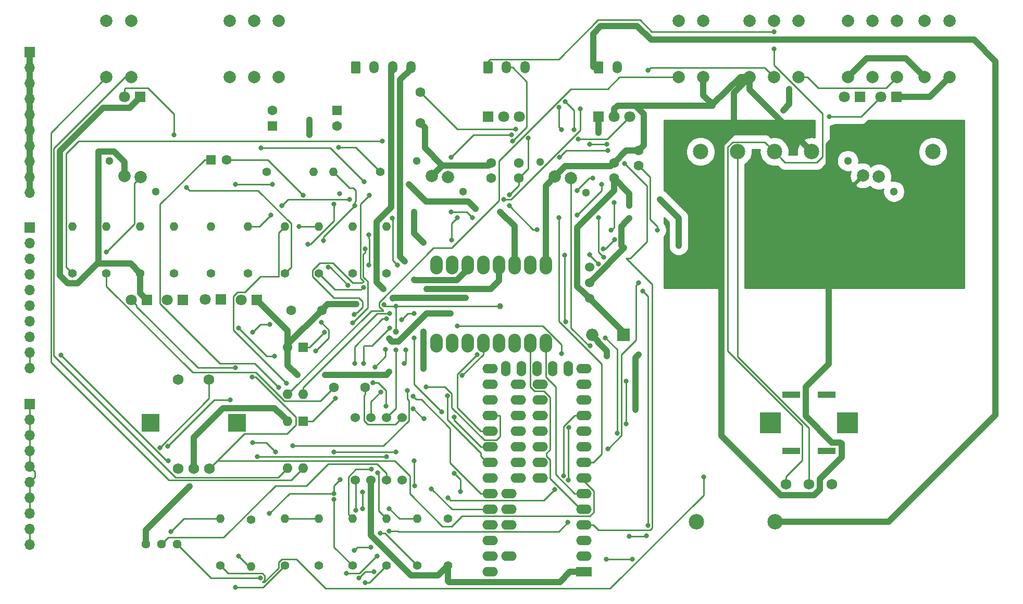
<source format=gbr>
G04 #@! TF.GenerationSoftware,KiCad,Pcbnew,5.1.5-52549c5~84~ubuntu19.04.1*
G04 #@! TF.CreationDate,2020-01-25T14:44:11+01:00*
G04 #@! TF.ProjectId,upuaut_2Nils,75707561-7574-45f3-924e-696c732e6b69,rev?*
G04 #@! TF.SameCoordinates,Original*
G04 #@! TF.FileFunction,Copper,L1,Top*
G04 #@! TF.FilePolarity,Positive*
%FSLAX46Y46*%
G04 Gerber Fmt 4.6, Leading zero omitted, Abs format (unit mm)*
G04 Created by KiCad (PCBNEW 5.1.5-52549c5~84~ubuntu19.04.1) date 2020-01-25 14:44:11*
%MOMM*%
%LPD*%
G04 APERTURE LIST*
%ADD10C,2.500000*%
%ADD11C,1.524000*%
%ADD12C,2.000000*%
%ADD13R,3.000000X1.000000*%
%ADD14R,3.500000X3.500000*%
%ADD15C,1.750000*%
%ADD16O,2.540000X1.524000*%
%ADD17O,1.524000X2.540000*%
%ADD18R,2.540000X1.524000*%
%ADD19O,1.400000X1.400000*%
%ADD20C,1.400000*%
%ADD21O,1.500000X2.020000*%
%ADD22C,0.100000*%
%ADD23O,1.600000X1.600000*%
%ADD24R,1.600000X1.600000*%
%ADD25O,2.032000X3.048000*%
%ADD26R,3.000000X3.000000*%
%ADD27R,1.800000X1.800000*%
%ADD28C,1.800000*%
%ADD29C,1.440000*%
%ADD30O,2.000000X2.000000*%
%ADD31R,2.000000X2.000000*%
%ADD32C,1.600000*%
%ADD33C,1.300000*%
%ADD34R,1.700000X1.700000*%
%ADD35O,1.700000X1.700000*%
%ADD36C,1.000000*%
%ADD37C,0.800000*%
%ADD38C,1.000000*%
%ADD39C,0.250000*%
%ADD40C,0.254000*%
G04 APERTURE END LIST*
D10*
X190650000Y-134900000D03*
X177900000Y-134900000D03*
X216350000Y-74700000D03*
X196600000Y-74700000D03*
X190550000Y-74700000D03*
X184550000Y-74700000D03*
X178550000Y-74700000D03*
D11*
X160500000Y-98540000D03*
X160500000Y-96000000D03*
X160500000Y-93460000D03*
D12*
X210500000Y-53400000D03*
X202500000Y-53400000D03*
X210500000Y-62600000D03*
X202500000Y-62600000D03*
X206500000Y-53400000D03*
X206500000Y-62600000D03*
D13*
X193275000Y-123375000D03*
X199075000Y-123375000D03*
X199075000Y-114175000D03*
X193275000Y-114175000D03*
D14*
X202475000Y-118775000D03*
X189875000Y-118775000D03*
D15*
X192425000Y-128775000D03*
X196175000Y-128775000D03*
X199925000Y-128775000D03*
D12*
X106000000Y-62600000D03*
X106000000Y-53400000D03*
X102000000Y-62600000D03*
X110000000Y-62600000D03*
X102000000Y-53400000D03*
X110000000Y-53400000D03*
D16*
X148952000Y-112530000D03*
X148952000Y-115070000D03*
X148952000Y-117610000D03*
X148952000Y-120150000D03*
X148952000Y-122690000D03*
X152508000Y-112530000D03*
X152508000Y-115070000D03*
X152508000Y-117610000D03*
X152508000Y-120150000D03*
X152508000Y-122690000D03*
X152508000Y-125230000D03*
X148952000Y-125230000D03*
X152508000Y-127770000D03*
X148952000Y-127770000D03*
X147428000Y-130310000D03*
X147428000Y-132850000D03*
X147428000Y-135390000D03*
X147428000Y-140470000D03*
D17*
X157080000Y-109990000D03*
X154540000Y-109990000D03*
X152000000Y-109990000D03*
X149460000Y-109990000D03*
X146920000Y-109990000D03*
D16*
X144380000Y-143010000D03*
X144380000Y-140470000D03*
X144380000Y-137930000D03*
X144380000Y-135390000D03*
X144380000Y-132850000D03*
X144380000Y-130310000D03*
X144380000Y-127770000D03*
X144380000Y-125230000D03*
X144380000Y-122690000D03*
X144380000Y-120150000D03*
X144380000Y-117610000D03*
X144380000Y-115070000D03*
X144380000Y-112530000D03*
X144380000Y-109990000D03*
X159620000Y-109990000D03*
X159620000Y-112530000D03*
X159620000Y-115070000D03*
X159620000Y-117610000D03*
X159620000Y-120150000D03*
X159620000Y-122690000D03*
X159620000Y-125230000D03*
X159620000Y-127770000D03*
X159620000Y-130310000D03*
X159620000Y-132850000D03*
X159620000Y-135390000D03*
X159620000Y-137930000D03*
X159620000Y-140470000D03*
D18*
X159620000Y-143010000D03*
D19*
X87500000Y-86880000D03*
D20*
X87500000Y-94500000D03*
D21*
X131500000Y-61000000D03*
X128500000Y-61000000D03*
X125500000Y-61000000D03*
G04 #@! TA.AperFunction,ComponentPad*
D22*
G36*
X123024504Y-59991204D02*
G01*
X123048773Y-59994804D01*
X123072571Y-60000765D01*
X123095671Y-60009030D01*
X123117849Y-60019520D01*
X123138893Y-60032133D01*
X123158598Y-60046747D01*
X123176777Y-60063223D01*
X123193253Y-60081402D01*
X123207867Y-60101107D01*
X123220480Y-60122151D01*
X123230970Y-60144329D01*
X123239235Y-60167429D01*
X123245196Y-60191227D01*
X123248796Y-60215496D01*
X123250000Y-60240000D01*
X123250000Y-61760000D01*
X123248796Y-61784504D01*
X123245196Y-61808773D01*
X123239235Y-61832571D01*
X123230970Y-61855671D01*
X123220480Y-61877849D01*
X123207867Y-61898893D01*
X123193253Y-61918598D01*
X123176777Y-61936777D01*
X123158598Y-61953253D01*
X123138893Y-61967867D01*
X123117849Y-61980480D01*
X123095671Y-61990970D01*
X123072571Y-61999235D01*
X123048773Y-62005196D01*
X123024504Y-62008796D01*
X123000000Y-62010000D01*
X122000000Y-62010000D01*
X121975496Y-62008796D01*
X121951227Y-62005196D01*
X121927429Y-61999235D01*
X121904329Y-61990970D01*
X121882151Y-61980480D01*
X121861107Y-61967867D01*
X121841402Y-61953253D01*
X121823223Y-61936777D01*
X121806747Y-61918598D01*
X121792133Y-61898893D01*
X121779520Y-61877849D01*
X121769030Y-61855671D01*
X121760765Y-61832571D01*
X121754804Y-61808773D01*
X121751204Y-61784504D01*
X121750000Y-61760000D01*
X121750000Y-60240000D01*
X121751204Y-60215496D01*
X121754804Y-60191227D01*
X121760765Y-60167429D01*
X121769030Y-60144329D01*
X121779520Y-60122151D01*
X121792133Y-60101107D01*
X121806747Y-60081402D01*
X121823223Y-60063223D01*
X121841402Y-60046747D01*
X121861107Y-60032133D01*
X121882151Y-60019520D01*
X121904329Y-60009030D01*
X121927429Y-60000765D01*
X121951227Y-59994804D01*
X121975496Y-59991204D01*
X122000000Y-59990000D01*
X123000000Y-59990000D01*
X123024504Y-59991204D01*
G37*
G04 #@! TD.AperFunction*
D21*
X165000000Y-61000000D03*
G04 #@! TA.AperFunction,ComponentPad*
D22*
G36*
X162524504Y-59991204D02*
G01*
X162548773Y-59994804D01*
X162572571Y-60000765D01*
X162595671Y-60009030D01*
X162617849Y-60019520D01*
X162638893Y-60032133D01*
X162658598Y-60046747D01*
X162676777Y-60063223D01*
X162693253Y-60081402D01*
X162707867Y-60101107D01*
X162720480Y-60122151D01*
X162730970Y-60144329D01*
X162739235Y-60167429D01*
X162745196Y-60191227D01*
X162748796Y-60215496D01*
X162750000Y-60240000D01*
X162750000Y-61760000D01*
X162748796Y-61784504D01*
X162745196Y-61808773D01*
X162739235Y-61832571D01*
X162730970Y-61855671D01*
X162720480Y-61877849D01*
X162707867Y-61898893D01*
X162693253Y-61918598D01*
X162676777Y-61936777D01*
X162658598Y-61953253D01*
X162638893Y-61967867D01*
X162617849Y-61980480D01*
X162595671Y-61990970D01*
X162572571Y-61999235D01*
X162548773Y-62005196D01*
X162524504Y-62008796D01*
X162500000Y-62010000D01*
X161500000Y-62010000D01*
X161475496Y-62008796D01*
X161451227Y-62005196D01*
X161427429Y-61999235D01*
X161404329Y-61990970D01*
X161382151Y-61980480D01*
X161361107Y-61967867D01*
X161341402Y-61953253D01*
X161323223Y-61936777D01*
X161306747Y-61918598D01*
X161292133Y-61898893D01*
X161279520Y-61877849D01*
X161269030Y-61855671D01*
X161260765Y-61832571D01*
X161254804Y-61808773D01*
X161251204Y-61784504D01*
X161250000Y-61760000D01*
X161250000Y-60240000D01*
X161251204Y-60215496D01*
X161254804Y-60191227D01*
X161260765Y-60167429D01*
X161269030Y-60144329D01*
X161279520Y-60122151D01*
X161292133Y-60101107D01*
X161306747Y-60081402D01*
X161323223Y-60063223D01*
X161341402Y-60046747D01*
X161361107Y-60032133D01*
X161382151Y-60019520D01*
X161404329Y-60009030D01*
X161427429Y-60000765D01*
X161451227Y-59994804D01*
X161475496Y-59991204D01*
X161500000Y-59990000D01*
X162500000Y-59990000D01*
X162524504Y-59991204D01*
G37*
G04 #@! TD.AperFunction*
D21*
X150000000Y-61000000D03*
X147000000Y-61000000D03*
G04 #@! TA.AperFunction,ComponentPad*
D22*
G36*
X144524504Y-59991204D02*
G01*
X144548773Y-59994804D01*
X144572571Y-60000765D01*
X144595671Y-60009030D01*
X144617849Y-60019520D01*
X144638893Y-60032133D01*
X144658598Y-60046747D01*
X144676777Y-60063223D01*
X144693253Y-60081402D01*
X144707867Y-60101107D01*
X144720480Y-60122151D01*
X144730970Y-60144329D01*
X144739235Y-60167429D01*
X144745196Y-60191227D01*
X144748796Y-60215496D01*
X144750000Y-60240000D01*
X144750000Y-61760000D01*
X144748796Y-61784504D01*
X144745196Y-61808773D01*
X144739235Y-61832571D01*
X144730970Y-61855671D01*
X144720480Y-61877849D01*
X144707867Y-61898893D01*
X144693253Y-61918598D01*
X144676777Y-61936777D01*
X144658598Y-61953253D01*
X144638893Y-61967867D01*
X144617849Y-61980480D01*
X144595671Y-61990970D01*
X144572571Y-61999235D01*
X144548773Y-62005196D01*
X144524504Y-62008796D01*
X144500000Y-62010000D01*
X143500000Y-62010000D01*
X143475496Y-62008796D01*
X143451227Y-62005196D01*
X143427429Y-61999235D01*
X143404329Y-61990970D01*
X143382151Y-61980480D01*
X143361107Y-61967867D01*
X143341402Y-61953253D01*
X143323223Y-61936777D01*
X143306747Y-61918598D01*
X143292133Y-61898893D01*
X143279520Y-61877849D01*
X143269030Y-61855671D01*
X143260765Y-61832571D01*
X143254804Y-61808773D01*
X143251204Y-61784504D01*
X143250000Y-61760000D01*
X143250000Y-60240000D01*
X143251204Y-60215496D01*
X143254804Y-60191227D01*
X143260765Y-60167429D01*
X143269030Y-60144329D01*
X143279520Y-60122151D01*
X143292133Y-60101107D01*
X143306747Y-60081402D01*
X143323223Y-60063223D01*
X143341402Y-60046747D01*
X143361107Y-60032133D01*
X143382151Y-60019520D01*
X143404329Y-60009030D01*
X143427429Y-60000765D01*
X143451227Y-59994804D01*
X143475496Y-59991204D01*
X143500000Y-59990000D01*
X144500000Y-59990000D01*
X144524504Y-59991204D01*
G37*
G04 #@! TD.AperFunction*
D12*
X190500000Y-62600000D03*
X190500000Y-53400000D03*
X186500000Y-62600000D03*
X194500000Y-62600000D03*
X186500000Y-53400000D03*
X194500000Y-53400000D03*
X175000000Y-62600000D03*
X179000000Y-62600000D03*
X175000000Y-53400000D03*
X179000000Y-53400000D03*
D23*
X114000000Y-126120000D03*
X111460000Y-118500000D03*
X111460000Y-126120000D03*
D24*
X114000000Y-118500000D03*
D12*
X82000000Y-62600000D03*
X86000000Y-62600000D03*
X82000000Y-53400000D03*
X86000000Y-53400000D03*
D25*
X153390000Y-105850000D03*
X150850000Y-105850000D03*
X148310000Y-105850000D03*
X145770000Y-105850000D03*
X143230000Y-105850000D03*
X140690000Y-105850000D03*
X138150000Y-105850000D03*
X135610000Y-105850000D03*
X135610000Y-93150000D03*
X138150000Y-93150000D03*
X140690000Y-93150000D03*
X143230000Y-93150000D03*
X145770000Y-93150000D03*
X148310000Y-93150000D03*
X150850000Y-93150000D03*
X153390000Y-93150000D03*
D11*
X122420000Y-117920000D03*
X124960000Y-117920000D03*
X127500000Y-117920000D03*
X130040000Y-117920000D03*
X130040000Y-128080000D03*
X127500000Y-128080000D03*
X124960000Y-128080000D03*
X122420000Y-128080000D03*
D15*
X93675000Y-111775000D03*
X98675000Y-111775000D03*
D26*
X103175000Y-118775000D03*
X89175000Y-118775000D03*
D15*
X96175000Y-126275000D03*
X98715000Y-126275000D03*
X93635000Y-126275000D03*
D27*
X162000000Y-69000000D03*
D28*
X164540000Y-69000000D03*
X167080000Y-69000000D03*
D27*
X144000000Y-69000000D03*
D28*
X146540000Y-69000000D03*
X149080000Y-69000000D03*
D23*
X114000000Y-114120000D03*
X111460000Y-106500000D03*
X111460000Y-114120000D03*
D24*
X114000000Y-106500000D03*
D29*
X88420000Y-138500000D03*
X90960000Y-138500000D03*
X93500000Y-138500000D03*
D19*
X100500000Y-134380000D03*
D20*
X100500000Y-142000000D03*
X137500000Y-134380000D03*
X137500000Y-142000000D03*
D19*
X118880000Y-78000000D03*
D20*
X126500000Y-78000000D03*
D19*
X116500000Y-86880000D03*
D20*
X116500000Y-94500000D03*
D19*
X132500000Y-134380000D03*
D20*
X132500000Y-142000000D03*
D19*
X82000000Y-86880000D03*
D20*
X82000000Y-94500000D03*
D19*
X105000000Y-86880000D03*
D20*
X105000000Y-94500000D03*
D19*
X122000000Y-134380000D03*
D20*
X122000000Y-142000000D03*
D19*
X76500000Y-86880000D03*
D20*
X76500000Y-94500000D03*
D19*
X115620000Y-78000000D03*
D20*
X108000000Y-78000000D03*
D19*
X105500000Y-142120000D03*
D20*
X105500000Y-134500000D03*
D30*
X160920000Y-104500000D03*
D31*
X166000000Y-104500000D03*
D28*
X103885000Y-98775000D03*
D27*
X106425000Y-98775000D03*
D32*
X109000000Y-68000000D03*
D24*
X109000000Y-70500000D03*
D32*
X119500000Y-70500000D03*
D24*
X119500000Y-68000000D03*
D32*
X119000000Y-113000000D03*
X124000000Y-113000000D03*
X101500000Y-76000000D03*
D24*
X99000000Y-76000000D03*
D32*
X117000000Y-100500000D03*
X112000000Y-100500000D03*
X133000000Y-65000000D03*
X133000000Y-70000000D03*
X149000000Y-79000000D03*
X149000000Y-76500000D03*
X168500000Y-77000000D03*
X168500000Y-74500000D03*
D27*
X100550000Y-98750000D03*
D28*
X98010000Y-98750000D03*
X91910000Y-98775000D03*
D27*
X94450000Y-98775000D03*
X88550000Y-98775000D03*
D28*
X86010000Y-98775000D03*
X84910000Y-65775000D03*
D27*
X87450000Y-65775000D03*
X210440000Y-65775000D03*
D28*
X207900000Y-65775000D03*
X201910000Y-65775000D03*
D27*
X204450000Y-65775000D03*
D12*
X215000000Y-62600000D03*
X215000000Y-53400000D03*
X219000000Y-53400000D03*
X219000000Y-62600000D03*
D32*
X144500000Y-76500000D03*
X144500000Y-79000000D03*
X164500000Y-76500000D03*
X164500000Y-79000000D03*
D20*
X111000000Y-142000000D03*
D19*
X111000000Y-134380000D03*
X116500000Y-134380000D03*
D20*
X116500000Y-142000000D03*
X99000000Y-94500000D03*
D19*
X99000000Y-86880000D03*
X93000000Y-86880000D03*
D20*
X93000000Y-94500000D03*
D19*
X127500000Y-134380000D03*
D20*
X127500000Y-142000000D03*
X111000000Y-94500000D03*
D19*
X111000000Y-86880000D03*
X127500000Y-86880000D03*
D20*
X127500000Y-94500000D03*
X122000000Y-94500000D03*
D19*
X122000000Y-86880000D03*
D33*
X152450000Y-76375000D03*
X159950000Y-81375000D03*
D12*
X154900000Y-78775000D03*
X157500000Y-78975000D03*
X137500000Y-78825000D03*
X134900000Y-78625000D03*
D33*
X139950000Y-81225000D03*
X132450000Y-76225000D03*
X82500000Y-76225000D03*
X90000000Y-81225000D03*
D12*
X84950000Y-78625000D03*
X87550000Y-78825000D03*
X207550000Y-78775000D03*
X204950000Y-78575000D03*
D33*
X210000000Y-81175000D03*
X202500000Y-76175000D03*
D34*
X69500000Y-115720000D03*
D35*
X69500000Y-118260000D03*
X69500000Y-120800000D03*
X69500000Y-123340000D03*
X69500000Y-125880000D03*
X69500000Y-128420000D03*
X69500000Y-130960000D03*
X69500000Y-133500000D03*
X69500000Y-136040000D03*
X69500000Y-138580000D03*
X69500000Y-109860000D03*
X69500000Y-107320000D03*
X69500000Y-104780000D03*
X69500000Y-102240000D03*
X69500000Y-99700000D03*
X69500000Y-97160000D03*
X69500000Y-94620000D03*
X69500000Y-92080000D03*
X69500000Y-89540000D03*
D34*
X69500000Y-87000000D03*
X69500000Y-58500000D03*
D35*
X69500000Y-61040000D03*
X69500000Y-63580000D03*
X69500000Y-66120000D03*
X69500000Y-68660000D03*
X69500000Y-71200000D03*
X69500000Y-73740000D03*
X69500000Y-76280000D03*
X69500000Y-78820000D03*
X69500000Y-81360000D03*
D36*
X204450000Y-70950000D03*
X95500000Y-129150011D03*
X113000000Y-111000000D03*
X122625000Y-99525000D03*
X127900000Y-105050000D03*
X137950000Y-100975000D03*
X74449989Y-74600428D03*
D37*
X148500000Y-71000000D03*
X162512653Y-79987347D03*
X158500000Y-85000000D03*
X155500000Y-85446077D03*
X103500000Y-140500000D03*
X105700000Y-111325000D03*
X105775000Y-104025000D03*
X108568261Y-102756739D03*
X113275000Y-86850000D03*
X110000000Y-113000000D03*
X127950000Y-132725000D03*
X123660000Y-132750000D03*
X123600000Y-130050000D03*
X114000000Y-81775000D03*
X107097468Y-74097468D03*
X123884107Y-79590587D03*
X124750000Y-81775000D03*
X122262347Y-101212347D03*
X127375153Y-106849847D03*
X125650000Y-109700000D03*
X126550000Y-113755761D03*
D36*
X168000000Y-116700000D03*
X168475000Y-107725000D03*
X163325000Y-107925000D03*
X162000000Y-71633653D03*
X175000000Y-90000000D03*
D37*
X172000000Y-82500000D03*
X167000000Y-83500000D03*
D36*
X115000000Y-69475000D03*
X115000000Y-71975000D03*
X117500000Y-111000000D03*
X127975000Y-110500000D03*
X133500000Y-110000000D03*
X133500000Y-104000000D03*
D37*
X118950000Y-83225000D03*
X114725000Y-89775000D03*
X117425000Y-104050000D03*
X134835092Y-129500000D03*
X127500000Y-124269999D03*
X106500000Y-124269999D03*
X166219240Y-76619238D03*
X163500000Y-74500000D03*
X155624154Y-75624154D03*
X147840000Y-71998261D03*
X138000000Y-75624999D03*
X126800000Y-73000000D03*
X170000000Y-61500000D03*
X160619999Y-106297448D03*
X163099707Y-104953840D03*
X165000000Y-120500000D03*
X132000000Y-125000000D03*
X132052001Y-129000000D03*
X119000000Y-131275000D03*
X126483240Y-136776760D03*
X122500000Y-133000000D03*
X119183966Y-114816372D03*
X116015762Y-107134238D03*
X116906739Y-102431739D03*
X117275000Y-89150000D03*
X122350000Y-83450000D03*
X131819239Y-114480761D03*
X119900001Y-81500000D03*
X119750000Y-74025000D03*
X179050001Y-127574999D03*
X156342000Y-127407990D03*
X154868347Y-129631653D03*
X137500000Y-131000000D03*
X125487347Y-142987347D03*
X123000000Y-144000000D03*
X107000000Y-144000000D03*
D36*
X132000000Y-95500000D03*
X130500000Y-92500000D03*
X132000000Y-84500000D03*
X133500000Y-89500000D03*
X134000000Y-97000000D03*
X146000000Y-84500000D03*
X142000000Y-84000000D03*
X131150000Y-80000000D03*
X127000000Y-97000000D03*
X140404000Y-98500000D03*
X128500000Y-98500000D03*
D37*
X108500000Y-133500000D03*
X119000000Y-130274997D03*
X129000000Y-123500000D03*
X119000000Y-123500000D03*
X120012152Y-127987848D03*
X168500000Y-96000000D03*
X163500000Y-123000000D03*
X164000000Y-87500000D03*
X164487347Y-82987347D03*
X161000000Y-79000000D03*
X158500000Y-81000000D03*
X141487347Y-85446077D03*
X138000000Y-84500000D03*
X130650000Y-106900000D03*
X130375000Y-109150000D03*
X123825000Y-109119990D03*
X128050331Y-103361853D03*
X139827980Y-111102980D03*
X137412347Y-114412347D03*
X159000000Y-67700000D03*
X146550001Y-82500000D03*
X139000000Y-85446077D03*
X138079766Y-89043099D03*
X156500000Y-91500000D03*
X156637427Y-102362573D03*
X147987347Y-72987347D03*
X162000000Y-85446077D03*
X162830761Y-91830761D03*
X169152346Y-97377346D03*
X170000000Y-135500000D03*
X166975000Y-137221762D03*
X169775000Y-137150000D03*
X150512653Y-72512653D03*
X147461349Y-81736349D03*
X147487347Y-83487347D03*
X152000000Y-87346087D03*
X160500000Y-91447999D03*
X161980959Y-92963405D03*
X156000000Y-107500000D03*
X139000000Y-103000000D03*
X132000000Y-101000000D03*
X130000000Y-102000000D03*
X128004152Y-100995848D03*
X109300000Y-107925000D03*
X103450000Y-103375000D03*
X102074999Y-115074999D03*
X91912653Y-122612653D03*
X158658653Y-72658653D03*
X156000000Y-71150001D03*
X155512653Y-67512653D03*
X163300000Y-73500000D03*
X160500000Y-73500000D03*
X158000000Y-71150001D03*
X156512653Y-66512653D03*
X162725000Y-90500000D03*
X129000000Y-99800000D03*
X127052653Y-99552653D03*
X123754152Y-96745848D03*
D36*
X145974000Y-99800000D03*
D37*
X90654978Y-122845022D03*
X92478846Y-136521154D03*
D36*
X129000000Y-103950000D03*
D37*
X125071739Y-126353261D03*
X129000000Y-106974010D03*
X164575000Y-89025000D03*
X171550000Y-87450000D03*
X103000000Y-109849999D03*
X105775000Y-122000000D03*
X109500000Y-123544999D03*
X124000000Y-144775000D03*
X93000000Y-72000000D03*
X95000000Y-80500000D03*
X199500000Y-69000000D03*
X136500000Y-117000000D03*
X132004152Y-104995848D03*
X129290071Y-93128550D03*
X128450000Y-85500000D03*
X121500000Y-82500000D03*
X110500000Y-83500000D03*
X108725000Y-85000000D03*
X82000000Y-91000000D03*
X74554652Y-107770001D03*
X92000000Y-125000000D03*
X102987347Y-145512653D03*
X121000000Y-143275000D03*
X126000000Y-140500000D03*
X139500000Y-130000000D03*
X138500000Y-127000000D03*
X166482218Y-118977612D03*
X166500000Y-112000000D03*
X122300001Y-139500000D03*
X125000000Y-139000000D03*
X127931499Y-136406193D03*
X157000000Y-135000000D03*
X157085402Y-128076837D03*
X157151153Y-119584153D03*
X121249989Y-96420847D03*
X118000000Y-93500000D03*
X109000000Y-80000000D03*
X103000000Y-80000000D03*
X126043469Y-126954859D03*
X133950000Y-112950000D03*
X111275000Y-112350000D03*
X112275000Y-122550000D03*
X130900000Y-113500000D03*
X124000000Y-90500000D03*
X122000000Y-102500000D03*
X142235664Y-107669990D03*
X138550000Y-117875000D03*
X133573651Y-118148651D03*
X131852001Y-116475000D03*
X127400000Y-116100000D03*
X125350000Y-112300000D03*
X122325000Y-109119990D03*
X124599999Y-88250000D03*
X124599999Y-93175000D03*
X127487583Y-101852096D03*
X190500000Y-55200000D03*
X190500000Y-57999989D03*
X167500000Y-141000000D03*
X163219999Y-141000000D03*
X193000000Y-64500000D03*
X192000000Y-68000000D03*
X167000000Y-85500000D03*
D38*
X215825000Y-65775000D02*
X210440000Y-65775000D01*
X219000000Y-62600000D02*
X215825000Y-65775000D01*
X207050000Y-70950000D02*
X204450000Y-70950000D01*
X186500000Y-64600000D02*
X196600000Y-74700000D01*
X186500000Y-62600000D02*
X186500000Y-64600000D01*
X180485788Y-67199999D02*
X165067209Y-67199999D01*
X186500000Y-62600000D02*
X185085787Y-62600000D01*
X179000000Y-65500000D02*
X180500000Y-67000000D01*
X185085787Y-62600000D02*
X180500000Y-67000000D01*
X179000000Y-62600000D02*
X179000000Y-65500000D01*
X180500000Y-67000000D02*
X180485788Y-67199999D01*
X169299999Y-73700001D02*
X168500000Y-74500000D01*
X165067209Y-67199999D02*
X167944001Y-67199999D01*
X164540000Y-67727208D02*
X165067209Y-67199999D01*
X169299999Y-68555997D02*
X169299999Y-73700001D01*
X167944001Y-67199999D02*
X169299999Y-68555997D01*
X164540000Y-69000000D02*
X164540000Y-67727208D01*
X166500000Y-74500000D02*
X164500000Y-76500000D01*
X168500000Y-74500000D02*
X166500000Y-74500000D01*
X154900000Y-78762998D02*
X154900000Y-78775000D01*
X156587999Y-77074999D02*
X154900000Y-78762998D01*
X164500000Y-76500000D02*
X163925001Y-77074999D01*
X163925001Y-77074999D02*
X156587999Y-77074999D01*
X136600001Y-76924999D02*
X134900000Y-78625000D01*
X144500000Y-76500000D02*
X144075001Y-76924999D01*
X144075001Y-76924999D02*
X136600001Y-76924999D01*
X204450000Y-70950000D02*
X202050000Y-70950000D01*
X191572999Y-130550001D02*
X181949989Y-120926991D01*
X195675001Y-112954999D02*
X195675001Y-117710420D01*
X197027001Y-130550001D02*
X191572999Y-130550001D01*
X197950001Y-129627001D02*
X197027001Y-130550001D01*
X202050000Y-70950000D02*
X199400011Y-73599989D01*
X181949989Y-73519426D02*
X183969415Y-71500000D01*
X181949989Y-120926991D02*
X181949989Y-73519426D01*
X201475001Y-122154999D02*
X201475001Y-124397999D01*
X199400011Y-73599989D02*
X199400011Y-109229989D01*
X195675001Y-117710420D02*
X199939580Y-121974999D01*
X199939580Y-121974999D02*
X201295001Y-121974999D01*
X201295001Y-121974999D02*
X201475001Y-122154999D01*
X199400011Y-109229989D02*
X195675001Y-112954999D01*
X201475001Y-124397999D02*
X197950001Y-127922999D01*
X197950001Y-127922999D02*
X197950001Y-129627001D01*
X183969415Y-65130585D02*
X186500000Y-62600000D01*
X183969415Y-71500000D02*
X183969415Y-65130585D01*
X155687990Y-144672010D02*
X137672010Y-144672010D01*
X159620000Y-143010000D02*
X157350000Y-143010000D01*
X157350000Y-143010000D02*
X155687990Y-144672010D01*
X137500000Y-144500000D02*
X137500000Y-142000000D01*
X137672010Y-144672010D02*
X137500000Y-144500000D01*
X153390000Y-80285000D02*
X153390000Y-93150000D01*
X154900000Y-78775000D02*
X153390000Y-80285000D01*
X133799999Y-74124997D02*
X136600001Y-76924999D01*
X133799999Y-70799999D02*
X133799999Y-74124997D01*
X133000000Y-70000000D02*
X133799999Y-70799999D01*
X153000000Y-93540000D02*
X153390000Y-93150000D01*
X85774001Y-67575001D02*
X87450000Y-65899002D01*
X81475416Y-67575001D02*
X85774001Y-67575001D01*
X74449989Y-74600428D02*
X81475416Y-67575001D01*
X74449989Y-94817991D02*
X74449989Y-74600428D01*
X75731999Y-96100001D02*
X74449989Y-94817991D01*
X77268001Y-96100001D02*
X75731999Y-96100001D01*
X87450000Y-65899002D02*
X87450000Y-65775000D01*
X80674999Y-92693003D02*
X77268001Y-96100001D01*
X80674999Y-74674999D02*
X80674999Y-92693003D01*
X83244001Y-74674999D02*
X80674999Y-74674999D01*
X84950000Y-76380998D02*
X83244001Y-74674999D01*
X84950000Y-78625000D02*
X84950000Y-76380998D01*
X80881995Y-92899999D02*
X80674999Y-92693003D01*
X85899999Y-92899999D02*
X80881995Y-92899999D01*
X87500000Y-94500000D02*
X85899999Y-92899999D01*
X87500000Y-97725000D02*
X88550000Y-98775000D01*
X87500000Y-94500000D02*
X87500000Y-97725000D01*
X136800001Y-142699999D02*
X137500000Y-142000000D01*
X131468003Y-143600001D02*
X135899999Y-143600001D01*
X135899999Y-143600001D02*
X136800001Y-142699999D01*
X124960000Y-137091998D02*
X131468003Y-143600001D01*
X124960000Y-128080000D02*
X124960000Y-137091998D01*
X111460000Y-103810000D02*
X106425000Y-98775000D01*
X111460000Y-106500000D02*
X111460000Y-103810000D01*
X88420000Y-138500000D02*
X88420000Y-136230011D01*
X88420000Y-136230011D02*
X95500000Y-129150011D01*
X100954999Y-116374999D02*
X109334999Y-116374999D01*
X96175000Y-121154998D02*
X100954999Y-116374999D01*
X110660001Y-117700001D02*
X111460000Y-118500000D01*
X109334999Y-116374999D02*
X110660001Y-117700001D01*
X96175000Y-126275000D02*
X96175000Y-121154998D01*
X111460000Y-106040000D02*
X111460000Y-106500000D01*
X117000000Y-100500000D02*
X111460000Y-106040000D01*
X111460000Y-106500000D02*
X111460000Y-109460000D01*
X111460000Y-109460000D02*
X113000000Y-111000000D01*
X117000000Y-100500000D02*
X117975000Y-99525000D01*
X117975000Y-99525000D02*
X122625000Y-99525000D01*
X134047002Y-100975000D02*
X137950000Y-100975000D01*
X129472003Y-105549999D02*
X134047002Y-100975000D01*
X127900000Y-105050000D02*
X128399999Y-105549999D01*
X128399999Y-105549999D02*
X129472003Y-105549999D01*
X69500000Y-81360000D02*
X69500000Y-76280000D01*
X69500000Y-73740000D02*
X69500000Y-76280000D01*
X69500000Y-73740000D02*
X69500000Y-71200000D01*
X69500000Y-71200000D02*
X69500000Y-68660000D01*
X69500000Y-68660000D02*
X69500000Y-66120000D01*
X69500000Y-63580000D02*
X69500000Y-61040000D01*
X69500000Y-63580000D02*
X69500000Y-66120000D01*
X69500000Y-61040000D02*
X69500000Y-58500000D01*
D39*
X133000000Y-65000000D02*
X139000000Y-71000000D01*
X139000000Y-71000000D02*
X148500000Y-71000000D01*
X162512653Y-79987347D02*
X162512653Y-80987347D01*
X162512653Y-80987347D02*
X158500000Y-85000000D01*
X155500000Y-102250451D02*
X162500000Y-109250451D01*
X155500000Y-85446077D02*
X155500000Y-102250451D01*
X161140000Y-125230000D02*
X159620000Y-125230000D01*
X162500000Y-123870000D02*
X161140000Y-125230000D01*
X162500000Y-109250451D02*
X162500000Y-123870000D01*
X105120000Y-142120000D02*
X105500000Y-142120000D01*
X103500000Y-140500000D02*
X105120000Y-142120000D01*
X138088001Y-135605001D02*
X136605001Y-135605001D01*
X139755992Y-133937010D02*
X138088001Y-135605001D01*
X159125264Y-127770000D02*
X161215010Y-129859746D01*
X159620000Y-127770000D02*
X159125264Y-127770000D01*
X161215010Y-129859746D02*
X161215010Y-133300254D01*
X161215010Y-133300254D02*
X160578254Y-133937010D01*
X160578254Y-133937010D02*
X139755992Y-133937010D01*
X99589999Y-125400001D02*
X98715000Y-126275000D01*
X99995001Y-124994999D02*
X99589999Y-125400001D01*
X131327001Y-127462239D02*
X128859761Y-124994999D01*
X131327001Y-130327001D02*
X131327001Y-127462239D01*
X128859761Y-124994999D02*
X99995001Y-124994999D01*
X136605001Y-135605001D02*
X131327001Y-130327001D01*
X106246002Y-111325000D02*
X105700000Y-111325000D01*
X104389999Y-120600001D02*
X111321001Y-120600001D01*
X112785001Y-119136001D02*
X112785001Y-117863999D01*
X98715000Y-126275000D02*
X104389999Y-120600001D01*
X111321001Y-120600001D02*
X112785001Y-119136001D01*
X112785001Y-117863999D02*
X106246002Y-111325000D01*
X105775000Y-104025000D02*
X107043261Y-102756739D01*
X107043261Y-102756739D02*
X108568261Y-102756739D01*
X116470000Y-86850000D02*
X116500000Y-86880000D01*
X113275000Y-86850000D02*
X116470000Y-86850000D01*
X106124998Y-109124998D02*
X110000000Y-113000000D01*
X97950000Y-76000000D02*
X90684999Y-83265001D01*
X99000000Y-76000000D02*
X97950000Y-76000000D01*
X90684999Y-83265001D02*
X90684999Y-99363001D01*
X90684999Y-99363001D02*
X100446996Y-109124998D01*
X100446996Y-109124998D02*
X106124998Y-109124998D01*
X132500000Y-134380000D02*
X129605000Y-134380000D01*
X129605000Y-134380000D02*
X127950000Y-132725000D01*
X123660000Y-132750000D02*
X123660000Y-130110000D01*
X123660000Y-130110000D02*
X123600000Y-130050000D01*
X101500000Y-76000000D02*
X108225000Y-76000000D01*
X108225000Y-76000000D02*
X114000000Y-81775000D01*
X124000000Y-114131370D02*
X124000000Y-113000000D01*
X123872999Y-118441761D02*
X123872999Y-114258371D01*
X124438239Y-119007001D02*
X123872999Y-118441761D01*
X123872999Y-114258371D02*
X124000000Y-114131370D01*
X128952999Y-119007001D02*
X124438239Y-119007001D01*
X130040000Y-117920000D02*
X128952999Y-119007001D01*
X116754999Y-115245001D02*
X118200001Y-113799999D01*
X110919999Y-115245001D02*
X116754999Y-115245001D01*
X118200001Y-113799999D02*
X119000000Y-113000000D01*
X95996997Y-110574999D02*
X106249997Y-110574999D01*
X106249997Y-110574999D02*
X110919999Y-115245001D01*
X82000000Y-96578002D02*
X95996997Y-110574999D01*
X82000000Y-94500000D02*
X82000000Y-96578002D01*
X107097468Y-74097468D02*
X118390988Y-74097468D01*
X118390988Y-74097468D02*
X123884107Y-79590587D01*
X123274999Y-95266693D02*
X123754153Y-95745847D01*
X124750000Y-81775000D02*
X123274999Y-83250001D01*
X123274999Y-83250001D02*
X123274999Y-95266693D01*
X123754153Y-95745847D02*
X123704152Y-95695846D01*
X127375153Y-106849847D02*
X127375153Y-107974847D01*
X127375153Y-107974847D02*
X125650000Y-109700000D01*
X124960000Y-115345761D02*
X124960000Y-117920000D01*
X126550000Y-113755761D02*
X124960000Y-115345761D01*
X122662346Y-100812348D02*
X122262347Y-101212347D01*
X123650010Y-99949573D02*
X122787235Y-100812348D01*
X123650010Y-99100427D02*
X123650010Y-99949573D01*
X123049573Y-98499990D02*
X123650010Y-99100427D01*
X118982988Y-98499990D02*
X123049573Y-98499990D01*
X115474999Y-94007999D02*
X115474999Y-94992001D01*
X116707999Y-92774999D02*
X115474999Y-94007999D01*
X115474999Y-94992001D02*
X118982988Y-98499990D01*
X118799999Y-92774999D02*
X116707999Y-92774999D01*
X122045847Y-96020847D02*
X118799999Y-92774999D01*
X122787235Y-100812348D02*
X122662346Y-100812348D01*
X123554153Y-96020847D02*
X122045847Y-96020847D01*
X123754153Y-95820847D02*
X123554153Y-96020847D01*
X123754153Y-95745847D02*
X123754153Y-95820847D01*
D38*
X168000000Y-116700000D02*
X168000000Y-108200000D01*
X168000000Y-108200000D02*
X168475000Y-107725000D01*
X161919999Y-105499999D02*
X160920000Y-104500000D01*
X161919999Y-105673446D02*
X161919999Y-105499999D01*
X163325000Y-107078447D02*
X161919999Y-105673446D01*
X163325000Y-107925000D02*
X163325000Y-107078447D01*
X162000000Y-69000000D02*
X162000000Y-71633653D01*
X166000000Y-104040000D02*
X160500000Y-98540000D01*
X166000000Y-104500000D02*
X166000000Y-104040000D01*
X159738001Y-97778001D02*
X160500000Y-98540000D01*
X158525010Y-96565010D02*
X159738001Y-97778001D01*
X158525010Y-86997065D02*
X158525010Y-96565010D01*
X164500000Y-81022075D02*
X158525010Y-86997065D01*
X164500000Y-79000000D02*
X164500000Y-81022075D01*
X175000000Y-90000000D02*
X175000000Y-85500000D01*
X175000000Y-85500000D02*
X172000000Y-82500000D01*
X167000000Y-81500000D02*
X164500000Y-79000000D01*
X167000000Y-83500000D02*
X167000000Y-81500000D01*
X115000000Y-69475000D02*
X115000000Y-71975000D01*
X117500000Y-111000000D02*
X127475000Y-111000000D01*
X127475000Y-111000000D02*
X127975000Y-110500000D01*
X133500000Y-110000000D02*
X133500000Y-104000000D01*
D39*
X118950000Y-83225000D02*
X118950000Y-85947002D01*
X115122002Y-89775000D02*
X114725000Y-89775000D01*
X118950000Y-85947002D02*
X115122002Y-89775000D01*
X114975000Y-106500000D02*
X114000000Y-106500000D01*
X117425000Y-104050000D02*
X114975000Y-106500000D01*
X144380000Y-132850000D02*
X138185092Y-132850000D01*
X138185092Y-132850000D02*
X134835092Y-129500000D01*
X127500000Y-124269999D02*
X106500000Y-124269999D01*
X170725001Y-96225001D02*
X166500000Y-92000000D01*
X161140000Y-135390000D02*
X161975001Y-136225001D01*
X161975001Y-136225001D02*
X170348001Y-136225001D01*
X170348001Y-136225001D02*
X170725001Y-135848001D01*
X170725001Y-135848001D02*
X170725001Y-96225001D01*
X159620000Y-135390000D02*
X161140000Y-135390000D01*
X169874549Y-80274547D02*
X166219240Y-76619238D01*
X169874549Y-89285059D02*
X169874549Y-80274547D01*
X166500000Y-92000000D02*
X167159608Y-92000000D01*
X167159608Y-92000000D02*
X169874549Y-89285059D01*
X163500000Y-74500000D02*
X156748308Y-74500000D01*
X156748308Y-74500000D02*
X155624154Y-75624154D01*
X147840000Y-71998261D02*
X141626738Y-71998261D01*
X141626738Y-71998261D02*
X138000000Y-75624999D01*
X126800000Y-73000000D02*
X77500000Y-73000000D01*
X75800001Y-93800001D02*
X76500000Y-94500000D01*
X75474999Y-75025001D02*
X75474999Y-93474999D01*
X75474999Y-93474999D02*
X75800001Y-93800001D01*
X77500000Y-73000000D02*
X75474999Y-75025001D01*
X170425001Y-61074999D02*
X170000000Y-61500000D01*
X190500000Y-62600000D02*
X188974999Y-61074999D01*
X188974999Y-61074999D02*
X170425001Y-61074999D01*
X160460446Y-106297448D02*
X160619999Y-106297448D01*
X157500000Y-78975000D02*
X157500000Y-103337002D01*
X157500000Y-103337002D02*
X160460446Y-106297448D01*
X163099707Y-104953840D02*
X165000000Y-106854133D01*
X165000000Y-106854133D02*
X165000000Y-120500000D01*
X132000000Y-125000000D02*
X132000000Y-128947999D01*
X132000000Y-128947999D02*
X132052001Y-129000000D01*
X119000000Y-139000000D02*
X122000000Y-142000000D01*
X119000000Y-131275000D02*
X119000000Y-139000000D01*
X132500000Y-142000000D02*
X127276760Y-136776760D01*
X127276760Y-136776760D02*
X126483240Y-136776760D01*
X122500000Y-128160000D02*
X122420000Y-128080000D01*
X122500000Y-133000000D02*
X122500000Y-128160000D01*
X114000000Y-118500000D02*
X115500338Y-118500000D01*
X115500338Y-118500000D02*
X119183966Y-114816372D01*
X118150001Y-103675001D02*
X116906739Y-102431739D01*
X116015762Y-107134238D02*
X118150001Y-104999999D01*
X118150001Y-104999999D02*
X118150001Y-103675001D01*
X117275000Y-89150000D02*
X117275000Y-88525000D01*
X117275000Y-88525000D02*
X122350000Y-83450000D01*
X118880000Y-78000000D02*
X121505000Y-80625000D01*
X121505000Y-80625000D02*
X122100000Y-80625000D01*
X122499999Y-82734316D02*
X122499999Y-81024999D01*
X122499999Y-81024999D02*
X122100000Y-80625000D01*
X122350000Y-82884315D02*
X122499999Y-82734316D01*
X122350000Y-83450000D02*
X122350000Y-82884315D01*
X137874549Y-119720229D02*
X133154320Y-115000000D01*
X137874549Y-125324549D02*
X137874549Y-119720229D01*
X144380000Y-130310000D02*
X142860000Y-130310000D01*
X142860000Y-130310000D02*
X137874549Y-125324549D01*
X133154320Y-115000000D02*
X132338478Y-115000000D01*
X132338478Y-115000000D02*
X131819239Y-114480761D01*
X122525000Y-74025000D02*
X126500000Y-78000000D01*
X119750000Y-74025000D02*
X122525000Y-74025000D01*
X101774999Y-143274999D02*
X101199999Y-142699999D01*
X107725001Y-143651999D02*
X107348001Y-143274999D01*
X107348001Y-143274999D02*
X101774999Y-143274999D01*
X109974999Y-142388591D02*
X107638589Y-144725001D01*
X107638589Y-144725001D02*
X107348001Y-144725001D01*
X107725001Y-144348001D02*
X107725001Y-143651999D01*
X179050001Y-127574999D02*
X179050001Y-130523001D01*
X101199999Y-142699999D02*
X100500000Y-142000000D01*
X117602980Y-145697020D02*
X112880959Y-140974999D01*
X107348001Y-144725001D02*
X107725001Y-144348001D01*
X112880959Y-140974999D02*
X110507999Y-140974999D01*
X179050001Y-130523001D02*
X163875982Y-145697020D01*
X110507999Y-140974999D02*
X109974999Y-141507999D01*
X163875982Y-145697020D02*
X117602980Y-145697020D01*
X109974999Y-141507999D02*
X109974999Y-142388591D01*
X159620000Y-117610000D02*
X158100000Y-117610000D01*
X156342000Y-119368000D02*
X156342000Y-127407990D01*
X158100000Y-117610000D02*
X156342000Y-119368000D01*
X137897010Y-131397010D02*
X137500000Y-131000000D01*
X154868347Y-129631653D02*
X153102990Y-131397010D01*
X153102990Y-131397010D02*
X137897010Y-131397010D01*
X125487347Y-142987347D02*
X124012653Y-142987347D01*
X124012653Y-142987347D02*
X123000000Y-144000000D01*
X99000000Y-144000000D02*
X93500000Y-138500000D01*
X107000000Y-144000000D02*
X99000000Y-144000000D01*
X101027999Y-137454999D02*
X109482998Y-129000000D01*
X90960000Y-138500000D02*
X92005001Y-137454999D01*
X92005001Y-137454999D02*
X101027999Y-137454999D01*
X109482998Y-129000000D02*
X114500000Y-129000000D01*
X114500000Y-129000000D02*
X118000000Y-125500000D01*
X127500000Y-127002370D02*
X127500000Y-128080000D01*
X125997630Y-125500000D02*
X127500000Y-127002370D01*
X118000000Y-125500000D02*
X125997630Y-125500000D01*
X196175000Y-127537564D02*
X196175000Y-128775000D01*
X196175000Y-119660002D02*
X196175000Y-127537564D01*
X184550000Y-108035002D02*
X196175000Y-119660002D01*
X184550000Y-74700000D02*
X184550000Y-108035002D01*
D38*
X209100000Y-134900000D02*
X190650000Y-134900000D01*
X226500000Y-117500000D02*
X209100000Y-134900000D01*
X223000000Y-56500000D02*
X226500000Y-60000000D01*
X170500000Y-56500000D02*
X223000000Y-56500000D01*
X168279999Y-54279999D02*
X170500000Y-56500000D01*
X161250000Y-61000000D02*
X161099999Y-60849999D01*
X162000000Y-61000000D02*
X161250000Y-61000000D01*
X161099999Y-60849999D02*
X161099999Y-55527999D01*
X226500000Y-60000000D02*
X226500000Y-117500000D01*
X161099999Y-55527999D02*
X162347999Y-54279999D01*
X162347999Y-54279999D02*
X168279999Y-54279999D01*
D39*
X165400000Y-62600000D02*
X175000000Y-62600000D01*
X126327652Y-99204652D02*
X135153392Y-90378912D01*
X111460000Y-114120000D02*
X125034162Y-100545838D01*
X135153392Y-90378912D02*
X138121088Y-90378912D01*
X125034162Y-100545838D02*
X126972836Y-100545838D01*
X138121088Y-90378912D02*
X145825001Y-82674999D01*
X126972836Y-100545838D02*
X126327652Y-99900654D01*
X145825001Y-82674999D02*
X145825001Y-76174999D01*
X126327652Y-99900654D02*
X126327652Y-99204652D01*
X145825001Y-76174999D02*
X157500000Y-64500000D01*
X157500000Y-64500000D02*
X163500000Y-64500000D01*
X163500000Y-64500000D02*
X165400000Y-62600000D01*
D38*
X138943637Y-95574010D02*
X135495785Y-95574010D01*
X140690000Y-93150000D02*
X140690000Y-93827647D01*
X140690000Y-93827647D02*
X138943637Y-95574010D01*
X135495785Y-95574010D02*
X132074010Y-95574010D01*
X132074010Y-95574010D02*
X132000000Y-95500000D01*
X131500000Y-61260000D02*
X131500000Y-61000000D01*
X129750000Y-63010000D02*
X131500000Y-61260000D01*
X130500000Y-92500000D02*
X129750000Y-91750000D01*
X129750000Y-91750000D02*
X129750000Y-63010000D01*
X132000000Y-84500000D02*
X132000000Y-88000000D01*
X132000000Y-88000000D02*
X133500000Y-89500000D01*
X145770000Y-95674000D02*
X145770000Y-93150000D01*
X144444000Y-97000000D02*
X145770000Y-95674000D01*
X134000000Y-97000000D02*
X144444000Y-97000000D01*
X148310000Y-93150000D02*
X148310000Y-86810000D01*
X148310000Y-86810000D02*
X146000000Y-84500000D01*
X133925001Y-82775001D02*
X131150000Y-80000000D01*
X142000000Y-84000000D02*
X140775001Y-82775001D01*
X140775001Y-82775001D02*
X133925001Y-82775001D01*
X128268001Y-61231999D02*
X128268001Y-83743997D01*
X128500000Y-61000000D02*
X128268001Y-61231999D01*
X128268001Y-83743997D02*
X125899999Y-86111999D01*
X125899999Y-86111999D02*
X125899999Y-95899999D01*
X125899999Y-95899999D02*
X127000000Y-97000000D01*
X128529582Y-98500000D02*
X128514791Y-98514791D01*
X140404000Y-98500000D02*
X128529582Y-98500000D01*
D39*
X108500000Y-133500000D02*
X111725003Y-130274997D01*
X111725003Y-130274997D02*
X119000000Y-130274997D01*
X129000000Y-123500000D02*
X119000000Y-123500000D01*
X119000000Y-129000000D02*
X119000000Y-130274997D01*
X120012152Y-127987848D02*
X119000000Y-129000000D01*
X163573002Y-123000000D02*
X163500000Y-123000000D01*
X168100001Y-96399999D02*
X168100001Y-105345001D01*
X168500000Y-96000000D02*
X168100001Y-96399999D01*
X168100001Y-105345001D02*
X165725001Y-107720001D01*
X165725001Y-107720001D02*
X165725001Y-120848001D01*
X165725001Y-120848001D02*
X163573002Y-123000000D01*
X164000000Y-87500000D02*
X164487347Y-87012653D01*
X164487347Y-87012653D02*
X164487347Y-82987347D01*
X158500000Y-80934315D02*
X158500000Y-81000000D01*
X161000000Y-79000000D02*
X160434315Y-79000000D01*
X160434315Y-79000000D02*
X158500000Y-80934315D01*
X141487347Y-85446077D02*
X140541270Y-84500000D01*
X140541270Y-84500000D02*
X138000000Y-84500000D01*
X130650000Y-106900000D02*
X130650000Y-108875000D01*
X130650000Y-108875000D02*
X130375000Y-109150000D01*
X123825000Y-109119990D02*
X123825000Y-106375000D01*
X123825000Y-106375000D02*
X123950000Y-106250000D01*
X123950000Y-106250000D02*
X125162184Y-106250000D01*
X125162184Y-106250000D02*
X128050331Y-103361853D01*
X143230000Y-105850000D02*
X143230000Y-107700960D01*
X143230000Y-107700960D02*
X139827980Y-111102980D01*
X143872000Y-125230000D02*
X144380000Y-125230000D01*
X142860000Y-124218000D02*
X143872000Y-125230000D01*
X142860000Y-123710000D02*
X142860000Y-124218000D01*
X137412347Y-118262347D02*
X142860000Y-123710000D01*
X137412347Y-114412347D02*
X137412347Y-118262347D01*
X159000000Y-67700000D02*
X159000000Y-71223003D01*
X147723003Y-82500000D02*
X146550001Y-82500000D01*
X159000000Y-71223003D02*
X147723003Y-82500000D01*
X139000000Y-85446077D02*
X138079766Y-86366311D01*
X138079766Y-86366311D02*
X138079766Y-89043099D01*
X156500000Y-91500000D02*
X156500000Y-102225146D01*
X156500000Y-102225146D02*
X156637427Y-102362573D01*
X150850000Y-107624000D02*
X150850000Y-105850000D01*
X151549746Y-113617010D02*
X150850000Y-112917264D01*
X153100274Y-113617010D02*
X151549746Y-113617010D01*
X154103010Y-114619746D02*
X153100274Y-113617010D01*
X150850000Y-112917264D02*
X150850000Y-107624000D01*
X154103010Y-123140254D02*
X154103010Y-114619746D01*
X153500000Y-123743264D02*
X154103010Y-123140254D01*
X153500000Y-124176736D02*
X153500000Y-123743264D01*
X154103010Y-124779746D02*
X153500000Y-124176736D01*
X154103010Y-127841010D02*
X154103010Y-124779746D01*
X159112000Y-132850000D02*
X154103010Y-127841010D01*
X159620000Y-132850000D02*
X159112000Y-132850000D01*
X153390000Y-111366736D02*
X155000000Y-112976736D01*
X153390000Y-105850000D02*
X153390000Y-111366736D01*
X158100000Y-130310000D02*
X159620000Y-130310000D01*
X155000000Y-127210000D02*
X158100000Y-130310000D01*
X155000000Y-112976736D02*
X155000000Y-127210000D01*
X110660001Y-126919999D02*
X111460000Y-126120000D01*
X109904999Y-127675001D02*
X110660001Y-126919999D01*
X93258999Y-127675001D02*
X109904999Y-127675001D01*
X73424979Y-107840981D02*
X93258999Y-127675001D01*
X73424979Y-74175855D02*
X73424979Y-107840981D01*
X85000834Y-62600000D02*
X73424979Y-74175855D01*
X86000000Y-62600000D02*
X85000834Y-62600000D01*
X113200001Y-126919999D02*
X114000000Y-126120000D01*
X111994989Y-128125011D02*
X113200001Y-126919999D01*
X92125011Y-128125011D02*
X111994989Y-128125011D01*
X72974969Y-71625031D02*
X72974969Y-108974969D01*
X72974969Y-108974969D02*
X92125011Y-128125011D01*
X82000000Y-62600000D02*
X72974969Y-71625031D01*
X150305001Y-70669693D02*
X147987347Y-72987347D01*
X150305001Y-63305001D02*
X150305001Y-70669693D01*
X147000000Y-61000000D02*
X148000000Y-61000000D01*
X148000000Y-61000000D02*
X150305001Y-63305001D01*
X162000000Y-85446077D02*
X162000000Y-91000000D01*
X162000000Y-91000000D02*
X162830761Y-91830761D01*
X169152346Y-97377346D02*
X170000000Y-98225000D01*
X170000000Y-98225000D02*
X170000000Y-135500000D01*
X166975000Y-137221762D02*
X169703238Y-137221762D01*
X169703238Y-137221762D02*
X169775000Y-137150000D01*
X208750001Y-64349999D02*
X209500001Y-63599999D01*
X209500001Y-63599999D02*
X210500000Y-62600000D01*
X197664212Y-64349999D02*
X208750001Y-64349999D01*
X195914213Y-62600000D02*
X197664212Y-64349999D01*
X194500000Y-62600000D02*
X195914213Y-62600000D01*
X149000000Y-79000000D02*
X150512653Y-77487347D01*
X150512653Y-77487347D02*
X150512653Y-72512653D01*
X149000000Y-79000000D02*
X149000000Y-80197698D01*
X149000000Y-80197698D02*
X147461349Y-81736349D01*
X147487347Y-83487347D02*
X151346087Y-87346087D01*
X151346087Y-87346087D02*
X152000000Y-87346087D01*
X160500000Y-91447999D02*
X160500000Y-91482446D01*
X160500000Y-91482446D02*
X161980959Y-92963405D01*
X152944474Y-103000000D02*
X139000000Y-103000000D01*
X156000000Y-107500000D02*
X156000000Y-106055526D01*
X156000000Y-106055526D02*
X152944474Y-103000000D01*
X132000000Y-101000000D02*
X131000000Y-101000000D01*
X131000000Y-101000000D02*
X130000000Y-102000000D01*
X125992782Y-100995848D02*
X114000000Y-112988630D01*
X114000000Y-112988630D02*
X114000000Y-114120000D01*
X128004152Y-100995848D02*
X125992782Y-100995848D01*
X69500000Y-138580000D02*
X69500000Y-136040000D01*
X69500000Y-133500000D02*
X69500000Y-133800000D01*
X69500000Y-133800000D02*
X69500000Y-130960000D01*
X69500000Y-130960000D02*
X69500000Y-128420000D01*
X70349999Y-126729999D02*
X69500000Y-125880000D01*
X70349999Y-127570001D02*
X70349999Y-126729999D01*
X69500000Y-128420000D02*
X70349999Y-127570001D01*
X69500000Y-124677919D02*
X69500000Y-123340000D01*
X69500000Y-125880000D02*
X69500000Y-124677919D01*
X69500000Y-122137919D02*
X69500000Y-120800000D01*
X69500000Y-123340000D02*
X69500000Y-122137919D01*
X69500000Y-120800000D02*
X69500000Y-118260000D01*
X69500000Y-118260000D02*
X69500000Y-115720000D01*
X109300000Y-107925000D02*
X108000000Y-107925000D01*
X108000000Y-107925000D02*
X103450000Y-103375000D01*
X102074999Y-115074999D02*
X99450307Y-115074999D01*
X99450307Y-115074999D02*
X91912653Y-122612653D01*
X167080000Y-69000000D02*
X163421347Y-72658653D01*
X163421347Y-72658653D02*
X158658653Y-72658653D01*
X156000000Y-71150001D02*
X155568205Y-70718206D01*
X155568205Y-70718206D02*
X155568205Y-67568205D01*
X155568205Y-67568205D02*
X155512653Y-67512653D01*
X163300000Y-73500000D02*
X160500000Y-73500000D01*
X160500000Y-73500000D02*
X160500000Y-73500000D01*
X158000000Y-71150001D02*
X158000000Y-68000000D01*
X158000000Y-68000000D02*
X156512653Y-66512653D01*
X129000000Y-116420000D02*
X127500000Y-117920000D01*
X129000000Y-99800000D02*
X127300000Y-99800000D01*
X127300000Y-99800000D02*
X127052653Y-99552653D01*
X117199999Y-95199999D02*
X116500000Y-94500000D01*
X119145847Y-97145847D02*
X117199999Y-95199999D01*
X123354153Y-97145847D02*
X119145847Y-97145847D01*
X123754152Y-96745848D02*
X123354153Y-97145847D01*
X129000000Y-99800000D02*
X145974000Y-99800000D01*
X98675000Y-111775000D02*
X98675000Y-114825000D01*
X98675000Y-114825000D02*
X90654978Y-122845022D01*
X94620000Y-134380000D02*
X100500000Y-134380000D01*
X92478846Y-136521154D02*
X94620000Y-134380000D01*
X129000000Y-103775000D02*
X129025000Y-103800000D01*
X129000000Y-99800000D02*
X129000000Y-103950000D01*
X122537977Y-126353261D02*
X125071739Y-126353261D01*
X121300001Y-127591237D02*
X122537977Y-126353261D01*
X122000000Y-134380000D02*
X121300001Y-133680001D01*
X121300001Y-133680001D02*
X121300001Y-127591237D01*
X111000000Y-134380000D02*
X116500000Y-134380000D01*
X69500000Y-108522081D02*
X69500000Y-109860000D01*
X69500000Y-107320000D02*
X69500000Y-108522081D01*
X129000000Y-116420000D02*
X129000000Y-106974010D01*
X162725000Y-90500000D02*
X163100000Y-90500000D01*
X163100000Y-90500000D02*
X164575000Y-89025000D01*
X169299999Y-77799999D02*
X168500000Y-77000000D01*
X170324559Y-78824559D02*
X169299999Y-77799999D01*
X171550000Y-86884315D02*
X170324559Y-85658874D01*
X170324559Y-85658874D02*
X170324559Y-78824559D01*
X171550000Y-87450000D02*
X171550000Y-86884315D01*
X96879997Y-109849999D02*
X103000000Y-109849999D01*
X86010000Y-98775000D02*
X86909999Y-99674999D01*
X86909999Y-99880001D02*
X96879997Y-109849999D01*
X86909999Y-99674999D02*
X86909999Y-99880001D01*
X105775000Y-122000000D02*
X107955001Y-122000000D01*
X107955001Y-122000000D02*
X109500000Y-123544999D01*
X124725000Y-144775000D02*
X127500000Y-142000000D01*
X124000000Y-144775000D02*
X124725000Y-144775000D01*
X85062209Y-64349999D02*
X88770001Y-64349999D01*
X84910000Y-64502208D02*
X85062209Y-64349999D01*
X84910000Y-65775000D02*
X84910000Y-64502208D01*
X88770001Y-64349999D02*
X93000000Y-68579998D01*
X93000000Y-68579998D02*
X93000000Y-72000000D01*
X95000000Y-80500000D02*
X95500000Y-81000000D01*
X112025001Y-93474999D02*
X111699999Y-93800001D01*
X106637002Y-81000000D02*
X112025001Y-86387999D01*
X111699999Y-93800001D02*
X111000000Y-94500000D01*
X112025001Y-86387999D02*
X112025001Y-93474999D01*
X95500000Y-81000000D02*
X106637002Y-81000000D01*
X207900000Y-65775000D02*
X204675000Y-69000000D01*
X204675000Y-69000000D02*
X199500000Y-69000000D01*
X136500000Y-117000000D02*
X132004152Y-112504152D01*
X132004152Y-112504152D02*
X132004152Y-104995848D01*
X128525001Y-85575001D02*
X128450000Y-85500000D01*
X129290071Y-93128550D02*
X128525001Y-92363480D01*
X128525001Y-92363480D02*
X128525001Y-85575001D01*
X121500000Y-82500000D02*
X111500000Y-82500000D01*
X111500000Y-82500000D02*
X110500000Y-83500000D01*
X106845000Y-86880000D02*
X105000000Y-86880000D01*
X108725000Y-85000000D02*
X106845000Y-86880000D01*
X86550001Y-86449999D02*
X82000000Y-91000000D01*
X87550000Y-78825000D02*
X86550001Y-79824999D01*
X86550001Y-79824999D02*
X86550001Y-86449999D01*
X74554652Y-107770001D02*
X91784651Y-125000000D01*
X91784651Y-125000000D02*
X92000000Y-125000000D01*
X107487347Y-145512653D02*
X111000000Y-142000000D01*
X102987347Y-145512653D02*
X107487347Y-145512653D01*
X125863590Y-140500000D02*
X126000000Y-140500000D01*
X121000000Y-143275000D02*
X123088590Y-143275000D01*
X123088590Y-143275000D02*
X125863590Y-140500000D01*
X139500000Y-130000000D02*
X139500000Y-128000000D01*
X139500000Y-128000000D02*
X138500000Y-127000000D01*
X166482218Y-118977612D02*
X166482218Y-112017782D01*
X166482218Y-112017782D02*
X166500000Y-112000000D01*
X122300001Y-139500000D02*
X122800001Y-139000000D01*
X122800001Y-139000000D02*
X125000000Y-139000000D01*
X127931499Y-136406193D02*
X129406193Y-136406193D01*
X155522990Y-136477010D02*
X157000000Y-135000000D01*
X129406193Y-136406193D02*
X129477010Y-136477010D01*
X129477010Y-136477010D02*
X155522990Y-136477010D01*
X157085402Y-128076837D02*
X157085402Y-119649904D01*
X157085402Y-119649904D02*
X157151153Y-119584153D01*
X121249989Y-96420847D02*
X118329142Y-93500000D01*
X118329142Y-93500000D02*
X118000000Y-93500000D01*
X109000000Y-80000000D02*
X103000000Y-80000000D01*
X126800001Y-133680001D02*
X127500000Y-134380000D01*
X126247001Y-133127001D02*
X126800001Y-133680001D01*
X126247001Y-127158391D02*
X126247001Y-133127001D01*
X126043469Y-126954859D02*
X126247001Y-127158391D01*
X111000000Y-86880000D02*
X109974999Y-87905001D01*
X109974999Y-87905001D02*
X109974999Y-94992001D01*
X138137348Y-116318592D02*
X138137348Y-114064346D01*
X143421746Y-121602990D02*
X138137348Y-116318592D01*
X137023002Y-112950000D02*
X133950000Y-112950000D01*
X145900000Y-117610000D02*
X145975010Y-117685010D01*
X144380000Y-117610000D02*
X145900000Y-117610000D01*
X145975010Y-117685010D02*
X145975010Y-120966234D01*
X138137348Y-114064346D02*
X137023002Y-112950000D01*
X145338254Y-121602990D02*
X143421746Y-121602990D01*
X145975010Y-120966234D02*
X145338254Y-121602990D01*
X102659999Y-103734999D02*
X111275000Y-112350000D01*
X107030999Y-94992001D02*
X104473001Y-97549999D01*
X109974999Y-94992001D02*
X107030999Y-94992001D01*
X104473001Y-97549999D02*
X103296999Y-97549999D01*
X103296999Y-97549999D02*
X102659999Y-98186999D01*
X102659999Y-98186999D02*
X102659999Y-103734999D01*
X127018762Y-122550000D02*
X131127001Y-118441761D01*
X112275000Y-122550000D02*
X127018762Y-122550000D01*
X131127001Y-118441761D02*
X131127001Y-115151991D01*
X131127001Y-115151991D02*
X130900000Y-114924990D01*
X130900000Y-114924990D02*
X130900000Y-113500000D01*
X142235664Y-107669990D02*
X139000000Y-110905654D01*
X139000000Y-116290000D02*
X142860000Y-120150000D01*
X142860000Y-120150000D02*
X144380000Y-120150000D01*
X139000000Y-110905654D02*
X139000000Y-116290000D01*
X124479153Y-100020847D02*
X124425000Y-100075000D01*
X124479153Y-95834437D02*
X124479153Y-100020847D01*
X124425000Y-100075000D02*
X122000000Y-102500000D01*
X124000000Y-95355284D02*
X124479153Y-95834437D01*
X124000000Y-91065685D02*
X123725009Y-91340676D01*
X124000000Y-90500000D02*
X124000000Y-91065685D01*
X123725009Y-95080293D02*
X124047358Y-95402642D01*
X123725009Y-91340676D02*
X123725009Y-95080293D01*
X138550000Y-118380000D02*
X138550000Y-117875000D01*
X144380000Y-122690000D02*
X142860000Y-122690000D01*
X142860000Y-122690000D02*
X138550000Y-118380000D01*
X133573651Y-118148651D02*
X133525652Y-118148651D01*
X133525652Y-118148651D02*
X131852001Y-116475000D01*
X126167241Y-112300000D02*
X125350000Y-112300000D01*
X127400000Y-116100000D02*
X127400000Y-113532759D01*
X127400000Y-113532759D02*
X126167241Y-112300000D01*
X124725001Y-93049998D02*
X124599999Y-93175000D01*
X124725001Y-88940687D02*
X124725001Y-93049998D01*
X124599999Y-88250000D02*
X124599999Y-88815685D01*
X124599999Y-88815685D02*
X124725001Y-88940687D01*
X126872904Y-101852096D02*
X127487583Y-101852096D01*
X122325000Y-109119990D02*
X122325000Y-106400000D01*
X122325000Y-106400000D02*
X126872904Y-101852096D01*
X168704572Y-53254989D02*
X170649583Y-55200000D01*
X170649583Y-55200000D02*
X190500000Y-55200000D01*
X144000000Y-59990000D02*
X144325010Y-59664990D01*
X161923426Y-53254989D02*
X168704572Y-53254989D01*
X144325010Y-59664990D02*
X155513425Y-59664990D01*
X144000000Y-61000000D02*
X144000000Y-59990000D01*
X155513425Y-59664990D02*
X161923426Y-53254989D01*
X191799999Y-75949999D02*
X190550000Y-74700000D01*
X192325001Y-76475001D02*
X191799999Y-75949999D01*
X198375001Y-75552001D02*
X197452001Y-76475001D01*
X198375001Y-68513999D02*
X198375001Y-75552001D01*
X190500000Y-60638998D02*
X198375001Y-68513999D01*
X197452001Y-76475001D02*
X192325001Y-76475001D01*
X190500000Y-57999989D02*
X190500000Y-60638998D01*
X189300001Y-73450001D02*
X190550000Y-74700000D01*
X188974999Y-73124999D02*
X189300001Y-73450001D01*
X183793999Y-73124999D02*
X188974999Y-73124999D01*
X182974999Y-73943999D02*
X183793999Y-73124999D01*
X182974999Y-107096411D02*
X182974999Y-73943999D01*
X195100001Y-119221413D02*
X182974999Y-107096411D01*
X195100001Y-124862563D02*
X195100001Y-119221413D01*
X192425000Y-127537564D02*
X195100001Y-124862563D01*
X192425000Y-128775000D02*
X192425000Y-127537564D01*
X167500000Y-141000000D02*
X163000000Y-141000000D01*
X163000000Y-141000000D02*
X163219999Y-141000000D01*
D38*
X193000000Y-64500000D02*
X193000000Y-67000000D01*
X193000000Y-67000000D02*
X192000000Y-68000000D01*
X161261999Y-95238001D02*
X160500000Y-96000000D01*
X166125450Y-90374550D02*
X161261999Y-95238001D01*
X167000000Y-85500000D02*
X166125450Y-86374550D01*
X165735707Y-89984807D02*
X166125450Y-90374550D01*
X166125450Y-86449550D02*
X165735707Y-86839293D01*
X165735707Y-86839293D02*
X165735707Y-89984807D01*
X166125450Y-86374550D02*
X166125450Y-86449550D01*
X215000000Y-62600000D02*
X211900000Y-59500000D01*
X205600000Y-59500000D02*
X202500000Y-62600000D01*
X211900000Y-59500000D02*
X205600000Y-59500000D01*
D40*
G36*
X192000000Y-69634871D02*
G01*
X192079914Y-69627000D01*
X197123001Y-69627000D01*
X197123002Y-72376982D01*
X197033305Y-72351131D01*
X196566738Y-72311730D01*
X196101448Y-72364109D01*
X195655318Y-72506255D01*
X195300806Y-72695747D01*
X195202814Y-73123208D01*
X196600000Y-74520395D01*
X196614143Y-74506253D01*
X196793748Y-74685858D01*
X196779605Y-74700000D01*
X196793748Y-74714143D01*
X196614143Y-74893748D01*
X196600000Y-74879605D01*
X196585858Y-74893748D01*
X196406253Y-74714143D01*
X196420395Y-74700000D01*
X195023208Y-73302814D01*
X194595747Y-73400806D01*
X194380798Y-73816780D01*
X194251131Y-74266695D01*
X194211730Y-74733262D01*
X194264109Y-75198552D01*
X194271899Y-75223001D01*
X192869537Y-75223001D01*
X192927000Y-74934114D01*
X192927000Y-74465886D01*
X192835653Y-74006655D01*
X192656470Y-73574068D01*
X192396336Y-73184751D01*
X192065249Y-72853664D01*
X191675932Y-72593530D01*
X191243345Y-72414347D01*
X190784114Y-72323000D01*
X190315886Y-72323000D01*
X190005362Y-72384767D01*
X189903786Y-72283191D01*
X189864580Y-72235418D01*
X189673938Y-72078963D01*
X189456437Y-71962706D01*
X189220434Y-71891115D01*
X189036497Y-71872999D01*
X189036495Y-71872999D01*
X188974999Y-71866942D01*
X188913503Y-71872999D01*
X183855495Y-71872999D01*
X183793999Y-71866942D01*
X183732503Y-71872999D01*
X183732501Y-71872999D01*
X183548564Y-71891115D01*
X183312561Y-71962706D01*
X183095060Y-72078963D01*
X182904418Y-72235418D01*
X182865207Y-72283196D01*
X182133187Y-73015216D01*
X182085419Y-73054418D01*
X182046217Y-73102186D01*
X182046216Y-73102187D01*
X181928963Y-73245061D01*
X181812706Y-73462562D01*
X181741116Y-73698565D01*
X181716942Y-73943999D01*
X181723000Y-74005505D01*
X181722999Y-96873000D01*
X172627000Y-96873000D01*
X172627000Y-88532505D01*
X172736099Y-88423406D01*
X172903210Y-88173306D01*
X173018319Y-87895410D01*
X173077000Y-87600396D01*
X173077000Y-87299604D01*
X173018319Y-87004590D01*
X172903210Y-86726694D01*
X172736099Y-86476594D01*
X172734026Y-86474521D01*
X172712293Y-86402878D01*
X172712293Y-86402877D01*
X172627000Y-86243305D01*
X172627000Y-85427926D01*
X173373001Y-86173927D01*
X173373000Y-89839755D01*
X173373000Y-90160245D01*
X173388670Y-90239024D01*
X173396542Y-90318947D01*
X173419855Y-90395800D01*
X173435525Y-90474578D01*
X173466261Y-90548782D01*
X173489575Y-90625637D01*
X173527435Y-90696469D01*
X173558172Y-90770673D01*
X173602796Y-90837457D01*
X173640654Y-90908285D01*
X173691602Y-90970365D01*
X173736227Y-91037152D01*
X173793022Y-91093947D01*
X173843971Y-91156029D01*
X173906055Y-91206980D01*
X173962848Y-91263773D01*
X174029631Y-91308395D01*
X174091714Y-91359346D01*
X174162547Y-91397207D01*
X174229327Y-91441828D01*
X174303527Y-91472563D01*
X174374362Y-91510425D01*
X174451221Y-91533740D01*
X174525422Y-91564475D01*
X174604197Y-91580144D01*
X174681052Y-91603458D01*
X174760977Y-91611330D01*
X174839755Y-91627000D01*
X174920075Y-91627000D01*
X175000000Y-91634872D01*
X175079925Y-91627000D01*
X175160245Y-91627000D01*
X175239024Y-91611330D01*
X175318947Y-91603458D01*
X175395800Y-91580145D01*
X175474578Y-91564475D01*
X175548782Y-91533739D01*
X175625637Y-91510425D01*
X175696469Y-91472565D01*
X175770673Y-91441828D01*
X175837457Y-91397204D01*
X175908285Y-91359346D01*
X175970365Y-91308398D01*
X176037152Y-91263773D01*
X176093947Y-91206978D01*
X176156029Y-91156029D01*
X176206980Y-91093945D01*
X176263773Y-91037152D01*
X176308395Y-90970369D01*
X176359346Y-90908286D01*
X176397207Y-90837453D01*
X176441828Y-90770673D01*
X176472563Y-90696473D01*
X176510425Y-90625638D01*
X176533740Y-90548779D01*
X176564475Y-90474578D01*
X176580144Y-90395803D01*
X176603458Y-90318948D01*
X176611330Y-90239023D01*
X176627000Y-90160245D01*
X176627000Y-85579925D01*
X176634872Y-85500000D01*
X176626347Y-85413440D01*
X176603458Y-85181052D01*
X176510425Y-84874362D01*
X176359346Y-84591714D01*
X176281273Y-84496581D01*
X176206978Y-84406052D01*
X176206975Y-84406049D01*
X176156029Y-84343971D01*
X176093951Y-84293025D01*
X173093947Y-81293022D01*
X172908285Y-81140654D01*
X172627000Y-80990304D01*
X172627000Y-74465886D01*
X176173000Y-74465886D01*
X176173000Y-74934114D01*
X176264347Y-75393345D01*
X176443530Y-75825932D01*
X176703664Y-76215249D01*
X177034751Y-76546336D01*
X177424068Y-76806470D01*
X177856655Y-76985653D01*
X178315886Y-77077000D01*
X178784114Y-77077000D01*
X179243345Y-76985653D01*
X179675932Y-76806470D01*
X180065249Y-76546336D01*
X180396336Y-76215249D01*
X180656470Y-75825932D01*
X180835653Y-75393345D01*
X180927000Y-74934114D01*
X180927000Y-74465886D01*
X180835653Y-74006655D01*
X180656470Y-73574068D01*
X180396336Y-73184751D01*
X180065249Y-72853664D01*
X179675932Y-72593530D01*
X179243345Y-72414347D01*
X178784114Y-72323000D01*
X178315886Y-72323000D01*
X177856655Y-72414347D01*
X177424068Y-72593530D01*
X177034751Y-72853664D01*
X176703664Y-73184751D01*
X176443530Y-73574068D01*
X176264347Y-74006655D01*
X176173000Y-74465886D01*
X172627000Y-74465886D01*
X172627000Y-69627000D01*
X191920086Y-69627000D01*
X192000000Y-69634871D01*
G37*
X192000000Y-69634871D02*
X192079914Y-69627000D01*
X197123001Y-69627000D01*
X197123002Y-72376982D01*
X197033305Y-72351131D01*
X196566738Y-72311730D01*
X196101448Y-72364109D01*
X195655318Y-72506255D01*
X195300806Y-72695747D01*
X195202814Y-73123208D01*
X196600000Y-74520395D01*
X196614143Y-74506253D01*
X196793748Y-74685858D01*
X196779605Y-74700000D01*
X196793748Y-74714143D01*
X196614143Y-74893748D01*
X196600000Y-74879605D01*
X196585858Y-74893748D01*
X196406253Y-74714143D01*
X196420395Y-74700000D01*
X195023208Y-73302814D01*
X194595747Y-73400806D01*
X194380798Y-73816780D01*
X194251131Y-74266695D01*
X194211730Y-74733262D01*
X194264109Y-75198552D01*
X194271899Y-75223001D01*
X192869537Y-75223001D01*
X192927000Y-74934114D01*
X192927000Y-74465886D01*
X192835653Y-74006655D01*
X192656470Y-73574068D01*
X192396336Y-73184751D01*
X192065249Y-72853664D01*
X191675932Y-72593530D01*
X191243345Y-72414347D01*
X190784114Y-72323000D01*
X190315886Y-72323000D01*
X190005362Y-72384767D01*
X189903786Y-72283191D01*
X189864580Y-72235418D01*
X189673938Y-72078963D01*
X189456437Y-71962706D01*
X189220434Y-71891115D01*
X189036497Y-71872999D01*
X189036495Y-71872999D01*
X188974999Y-71866942D01*
X188913503Y-71872999D01*
X183855495Y-71872999D01*
X183793999Y-71866942D01*
X183732503Y-71872999D01*
X183732501Y-71872999D01*
X183548564Y-71891115D01*
X183312561Y-71962706D01*
X183095060Y-72078963D01*
X182904418Y-72235418D01*
X182865207Y-72283196D01*
X182133187Y-73015216D01*
X182085419Y-73054418D01*
X182046217Y-73102186D01*
X182046216Y-73102187D01*
X181928963Y-73245061D01*
X181812706Y-73462562D01*
X181741116Y-73698565D01*
X181716942Y-73943999D01*
X181723000Y-74005505D01*
X181722999Y-96873000D01*
X172627000Y-96873000D01*
X172627000Y-88532505D01*
X172736099Y-88423406D01*
X172903210Y-88173306D01*
X173018319Y-87895410D01*
X173077000Y-87600396D01*
X173077000Y-87299604D01*
X173018319Y-87004590D01*
X172903210Y-86726694D01*
X172736099Y-86476594D01*
X172734026Y-86474521D01*
X172712293Y-86402878D01*
X172712293Y-86402877D01*
X172627000Y-86243305D01*
X172627000Y-85427926D01*
X173373001Y-86173927D01*
X173373000Y-89839755D01*
X173373000Y-90160245D01*
X173388670Y-90239024D01*
X173396542Y-90318947D01*
X173419855Y-90395800D01*
X173435525Y-90474578D01*
X173466261Y-90548782D01*
X173489575Y-90625637D01*
X173527435Y-90696469D01*
X173558172Y-90770673D01*
X173602796Y-90837457D01*
X173640654Y-90908285D01*
X173691602Y-90970365D01*
X173736227Y-91037152D01*
X173793022Y-91093947D01*
X173843971Y-91156029D01*
X173906055Y-91206980D01*
X173962848Y-91263773D01*
X174029631Y-91308395D01*
X174091714Y-91359346D01*
X174162547Y-91397207D01*
X174229327Y-91441828D01*
X174303527Y-91472563D01*
X174374362Y-91510425D01*
X174451221Y-91533740D01*
X174525422Y-91564475D01*
X174604197Y-91580144D01*
X174681052Y-91603458D01*
X174760977Y-91611330D01*
X174839755Y-91627000D01*
X174920075Y-91627000D01*
X175000000Y-91634872D01*
X175079925Y-91627000D01*
X175160245Y-91627000D01*
X175239024Y-91611330D01*
X175318947Y-91603458D01*
X175395800Y-91580145D01*
X175474578Y-91564475D01*
X175548782Y-91533739D01*
X175625637Y-91510425D01*
X175696469Y-91472565D01*
X175770673Y-91441828D01*
X175837457Y-91397204D01*
X175908285Y-91359346D01*
X175970365Y-91308398D01*
X176037152Y-91263773D01*
X176093947Y-91206978D01*
X176156029Y-91156029D01*
X176206980Y-91093945D01*
X176263773Y-91037152D01*
X176308395Y-90970369D01*
X176359346Y-90908286D01*
X176397207Y-90837453D01*
X176441828Y-90770673D01*
X176472563Y-90696473D01*
X176510425Y-90625638D01*
X176533740Y-90548779D01*
X176564475Y-90474578D01*
X176580144Y-90395803D01*
X176603458Y-90318948D01*
X176611330Y-90239023D01*
X176627000Y-90160245D01*
X176627000Y-85579925D01*
X176634872Y-85500000D01*
X176626347Y-85413440D01*
X176603458Y-85181052D01*
X176510425Y-84874362D01*
X176359346Y-84591714D01*
X176281273Y-84496581D01*
X176206978Y-84406052D01*
X176206975Y-84406049D01*
X176156029Y-84343971D01*
X176093951Y-84293025D01*
X173093947Y-81293022D01*
X172908285Y-81140654D01*
X172627000Y-80990304D01*
X172627000Y-74465886D01*
X176173000Y-74465886D01*
X176173000Y-74934114D01*
X176264347Y-75393345D01*
X176443530Y-75825932D01*
X176703664Y-76215249D01*
X177034751Y-76546336D01*
X177424068Y-76806470D01*
X177856655Y-76985653D01*
X178315886Y-77077000D01*
X178784114Y-77077000D01*
X179243345Y-76985653D01*
X179675932Y-76806470D01*
X180065249Y-76546336D01*
X180396336Y-76215249D01*
X180656470Y-75825932D01*
X180835653Y-75393345D01*
X180927000Y-74934114D01*
X180927000Y-74465886D01*
X180835653Y-74006655D01*
X180656470Y-73574068D01*
X180396336Y-73184751D01*
X180065249Y-72853664D01*
X179675932Y-72593530D01*
X179243345Y-72414347D01*
X178784114Y-72323000D01*
X178315886Y-72323000D01*
X177856655Y-72414347D01*
X177424068Y-72593530D01*
X177034751Y-72853664D01*
X176703664Y-73184751D01*
X176443530Y-73574068D01*
X176264347Y-74006655D01*
X176173000Y-74465886D01*
X172627000Y-74465886D01*
X172627000Y-69627000D01*
X191920086Y-69627000D01*
X192000000Y-69634871D01*
G36*
X221373000Y-96873000D02*
G01*
X185802000Y-96873000D01*
X185802000Y-76722234D01*
X186065249Y-76546336D01*
X186396336Y-76215249D01*
X186656470Y-75825932D01*
X186835653Y-75393345D01*
X186927000Y-74934114D01*
X186927000Y-74465886D01*
X186909319Y-74376999D01*
X188190681Y-74376999D01*
X188173000Y-74465886D01*
X188173000Y-74934114D01*
X188264347Y-75393345D01*
X188443530Y-75825932D01*
X188703664Y-76215249D01*
X189034751Y-76546336D01*
X189424068Y-76806470D01*
X189856655Y-76985653D01*
X190315886Y-77077000D01*
X190784114Y-77077000D01*
X191094638Y-77015233D01*
X191396214Y-77316809D01*
X191435420Y-77364582D01*
X191626062Y-77521037D01*
X191843563Y-77637294D01*
X192079566Y-77708885D01*
X192263503Y-77727001D01*
X192263505Y-77727001D01*
X192325001Y-77733058D01*
X192386497Y-77727001D01*
X197390505Y-77727001D01*
X197452001Y-77733058D01*
X197513497Y-77727001D01*
X197513499Y-77727001D01*
X197697436Y-77708885D01*
X197933439Y-77637294D01*
X198150940Y-77521037D01*
X198341582Y-77364582D01*
X198380788Y-77316809D01*
X199216814Y-76480784D01*
X199264582Y-76441582D01*
X199303784Y-76393814D01*
X199421037Y-76250941D01*
X199537294Y-76033439D01*
X199547443Y-75999981D01*
X200723000Y-75999981D01*
X200723000Y-76350019D01*
X200791289Y-76693332D01*
X200925243Y-77016725D01*
X201119714Y-77307771D01*
X201367229Y-77555286D01*
X201658275Y-77749757D01*
X201981668Y-77883711D01*
X202324981Y-77952000D01*
X202675019Y-77952000D01*
X202929975Y-77901286D01*
X202845785Y-78200432D01*
X202813142Y-78618141D01*
X202862618Y-79034192D01*
X202992311Y-79432597D01*
X203149301Y-79726303D01*
X203551208Y-79794187D01*
X204770395Y-78575000D01*
X204756253Y-78560858D01*
X204935858Y-78381253D01*
X204950000Y-78395395D01*
X204964143Y-78381253D01*
X205143748Y-78560858D01*
X205129605Y-78575000D01*
X205143748Y-78589143D01*
X204964143Y-78768748D01*
X204950000Y-78754605D01*
X203730813Y-79973792D01*
X203798697Y-80375699D01*
X204172117Y-80565708D01*
X204575432Y-80679215D01*
X204993141Y-80711858D01*
X205409192Y-80662382D01*
X205807597Y-80532689D01*
X206101303Y-80375699D01*
X206107280Y-80340313D01*
X206194116Y-80427149D01*
X206542488Y-80659923D01*
X206929577Y-80820261D01*
X207340509Y-80902000D01*
X207759491Y-80902000D01*
X208170423Y-80820261D01*
X208266679Y-80780390D01*
X208223000Y-80999981D01*
X208223000Y-81350019D01*
X208291289Y-81693332D01*
X208425243Y-82016725D01*
X208619714Y-82307771D01*
X208867229Y-82555286D01*
X209158275Y-82749757D01*
X209481668Y-82883711D01*
X209824981Y-82952000D01*
X210175019Y-82952000D01*
X210518332Y-82883711D01*
X210841725Y-82749757D01*
X211132771Y-82555286D01*
X211380286Y-82307771D01*
X211574757Y-82016725D01*
X211708711Y-81693332D01*
X211777000Y-81350019D01*
X211777000Y-80999981D01*
X211708711Y-80656668D01*
X211574757Y-80333275D01*
X211380286Y-80042229D01*
X211132771Y-79794714D01*
X210841725Y-79600243D01*
X210518332Y-79466289D01*
X210175019Y-79398000D01*
X209824981Y-79398000D01*
X209573471Y-79448028D01*
X209595261Y-79395423D01*
X209677000Y-78984491D01*
X209677000Y-78565509D01*
X209595261Y-78154577D01*
X209434923Y-77767488D01*
X209202149Y-77419116D01*
X208905884Y-77122851D01*
X208557512Y-76890077D01*
X208170423Y-76729739D01*
X207759491Y-76648000D01*
X207340509Y-76648000D01*
X206929577Y-76729739D01*
X206542488Y-76890077D01*
X206389211Y-76992493D01*
X206371055Y-76974337D01*
X206279779Y-77065613D01*
X206194116Y-77122851D01*
X206165079Y-77151888D01*
X206101303Y-76774301D01*
X205727883Y-76584292D01*
X205324568Y-76470785D01*
X204906859Y-76438142D01*
X204490808Y-76487618D01*
X204232932Y-76571565D01*
X204277000Y-76350019D01*
X204277000Y-75999981D01*
X204208711Y-75656668D01*
X204074757Y-75333275D01*
X203880286Y-75042229D01*
X203632771Y-74794714D01*
X203341725Y-74600243D01*
X203018332Y-74466289D01*
X203016306Y-74465886D01*
X213973000Y-74465886D01*
X213973000Y-74934114D01*
X214064347Y-75393345D01*
X214243530Y-75825932D01*
X214503664Y-76215249D01*
X214834751Y-76546336D01*
X215224068Y-76806470D01*
X215656655Y-76985653D01*
X216115886Y-77077000D01*
X216584114Y-77077000D01*
X217043345Y-76985653D01*
X217475932Y-76806470D01*
X217865249Y-76546336D01*
X218196336Y-76215249D01*
X218456470Y-75825932D01*
X218635653Y-75393345D01*
X218727000Y-74934114D01*
X218727000Y-74465886D01*
X218635653Y-74006655D01*
X218456470Y-73574068D01*
X218196336Y-73184751D01*
X217865249Y-72853664D01*
X217475932Y-72593530D01*
X217043345Y-72414347D01*
X216584114Y-72323000D01*
X216115886Y-72323000D01*
X215656655Y-72414347D01*
X215224068Y-72593530D01*
X214834751Y-72853664D01*
X214503664Y-73184751D01*
X214243530Y-73574068D01*
X214064347Y-74006655D01*
X213973000Y-74465886D01*
X203016306Y-74465886D01*
X202675019Y-74398000D01*
X202324981Y-74398000D01*
X201981668Y-74466289D01*
X201658275Y-74600243D01*
X201367229Y-74794714D01*
X201119714Y-75042229D01*
X200925243Y-75333275D01*
X200791289Y-75656668D01*
X200723000Y-75999981D01*
X199547443Y-75999981D01*
X199567494Y-75933883D01*
X199608885Y-75797436D01*
X199627001Y-75613499D01*
X199627001Y-75613498D01*
X199633058Y-75552002D01*
X199627001Y-75490506D01*
X199627001Y-70527000D01*
X199650396Y-70527000D01*
X199945410Y-70468319D01*
X200223306Y-70353210D01*
X200374778Y-70252000D01*
X204613504Y-70252000D01*
X204675000Y-70258057D01*
X204736496Y-70252000D01*
X204736498Y-70252000D01*
X204920435Y-70233884D01*
X205156438Y-70162293D01*
X205373939Y-70046036D01*
X205564581Y-69889581D01*
X205603787Y-69841808D01*
X205818595Y-69627000D01*
X221373000Y-69627000D01*
X221373000Y-96873000D01*
G37*
X221373000Y-96873000D02*
X185802000Y-96873000D01*
X185802000Y-76722234D01*
X186065249Y-76546336D01*
X186396336Y-76215249D01*
X186656470Y-75825932D01*
X186835653Y-75393345D01*
X186927000Y-74934114D01*
X186927000Y-74465886D01*
X186909319Y-74376999D01*
X188190681Y-74376999D01*
X188173000Y-74465886D01*
X188173000Y-74934114D01*
X188264347Y-75393345D01*
X188443530Y-75825932D01*
X188703664Y-76215249D01*
X189034751Y-76546336D01*
X189424068Y-76806470D01*
X189856655Y-76985653D01*
X190315886Y-77077000D01*
X190784114Y-77077000D01*
X191094638Y-77015233D01*
X191396214Y-77316809D01*
X191435420Y-77364582D01*
X191626062Y-77521037D01*
X191843563Y-77637294D01*
X192079566Y-77708885D01*
X192263503Y-77727001D01*
X192263505Y-77727001D01*
X192325001Y-77733058D01*
X192386497Y-77727001D01*
X197390505Y-77727001D01*
X197452001Y-77733058D01*
X197513497Y-77727001D01*
X197513499Y-77727001D01*
X197697436Y-77708885D01*
X197933439Y-77637294D01*
X198150940Y-77521037D01*
X198341582Y-77364582D01*
X198380788Y-77316809D01*
X199216814Y-76480784D01*
X199264582Y-76441582D01*
X199303784Y-76393814D01*
X199421037Y-76250941D01*
X199537294Y-76033439D01*
X199547443Y-75999981D01*
X200723000Y-75999981D01*
X200723000Y-76350019D01*
X200791289Y-76693332D01*
X200925243Y-77016725D01*
X201119714Y-77307771D01*
X201367229Y-77555286D01*
X201658275Y-77749757D01*
X201981668Y-77883711D01*
X202324981Y-77952000D01*
X202675019Y-77952000D01*
X202929975Y-77901286D01*
X202845785Y-78200432D01*
X202813142Y-78618141D01*
X202862618Y-79034192D01*
X202992311Y-79432597D01*
X203149301Y-79726303D01*
X203551208Y-79794187D01*
X204770395Y-78575000D01*
X204756253Y-78560858D01*
X204935858Y-78381253D01*
X204950000Y-78395395D01*
X204964143Y-78381253D01*
X205143748Y-78560858D01*
X205129605Y-78575000D01*
X205143748Y-78589143D01*
X204964143Y-78768748D01*
X204950000Y-78754605D01*
X203730813Y-79973792D01*
X203798697Y-80375699D01*
X204172117Y-80565708D01*
X204575432Y-80679215D01*
X204993141Y-80711858D01*
X205409192Y-80662382D01*
X205807597Y-80532689D01*
X206101303Y-80375699D01*
X206107280Y-80340313D01*
X206194116Y-80427149D01*
X206542488Y-80659923D01*
X206929577Y-80820261D01*
X207340509Y-80902000D01*
X207759491Y-80902000D01*
X208170423Y-80820261D01*
X208266679Y-80780390D01*
X208223000Y-80999981D01*
X208223000Y-81350019D01*
X208291289Y-81693332D01*
X208425243Y-82016725D01*
X208619714Y-82307771D01*
X208867229Y-82555286D01*
X209158275Y-82749757D01*
X209481668Y-82883711D01*
X209824981Y-82952000D01*
X210175019Y-82952000D01*
X210518332Y-82883711D01*
X210841725Y-82749757D01*
X211132771Y-82555286D01*
X211380286Y-82307771D01*
X211574757Y-82016725D01*
X211708711Y-81693332D01*
X211777000Y-81350019D01*
X211777000Y-80999981D01*
X211708711Y-80656668D01*
X211574757Y-80333275D01*
X211380286Y-80042229D01*
X211132771Y-79794714D01*
X210841725Y-79600243D01*
X210518332Y-79466289D01*
X210175019Y-79398000D01*
X209824981Y-79398000D01*
X209573471Y-79448028D01*
X209595261Y-79395423D01*
X209677000Y-78984491D01*
X209677000Y-78565509D01*
X209595261Y-78154577D01*
X209434923Y-77767488D01*
X209202149Y-77419116D01*
X208905884Y-77122851D01*
X208557512Y-76890077D01*
X208170423Y-76729739D01*
X207759491Y-76648000D01*
X207340509Y-76648000D01*
X206929577Y-76729739D01*
X206542488Y-76890077D01*
X206389211Y-76992493D01*
X206371055Y-76974337D01*
X206279779Y-77065613D01*
X206194116Y-77122851D01*
X206165079Y-77151888D01*
X206101303Y-76774301D01*
X205727883Y-76584292D01*
X205324568Y-76470785D01*
X204906859Y-76438142D01*
X204490808Y-76487618D01*
X204232932Y-76571565D01*
X204277000Y-76350019D01*
X204277000Y-75999981D01*
X204208711Y-75656668D01*
X204074757Y-75333275D01*
X203880286Y-75042229D01*
X203632771Y-74794714D01*
X203341725Y-74600243D01*
X203018332Y-74466289D01*
X203016306Y-74465886D01*
X213973000Y-74465886D01*
X213973000Y-74934114D01*
X214064347Y-75393345D01*
X214243530Y-75825932D01*
X214503664Y-76215249D01*
X214834751Y-76546336D01*
X215224068Y-76806470D01*
X215656655Y-76985653D01*
X216115886Y-77077000D01*
X216584114Y-77077000D01*
X217043345Y-76985653D01*
X217475932Y-76806470D01*
X217865249Y-76546336D01*
X218196336Y-76215249D01*
X218456470Y-75825932D01*
X218635653Y-75393345D01*
X218727000Y-74934114D01*
X218727000Y-74465886D01*
X218635653Y-74006655D01*
X218456470Y-73574068D01*
X218196336Y-73184751D01*
X217865249Y-72853664D01*
X217475932Y-72593530D01*
X217043345Y-72414347D01*
X216584114Y-72323000D01*
X216115886Y-72323000D01*
X215656655Y-72414347D01*
X215224068Y-72593530D01*
X214834751Y-72853664D01*
X214503664Y-73184751D01*
X214243530Y-73574068D01*
X214064347Y-74006655D01*
X213973000Y-74465886D01*
X203016306Y-74465886D01*
X202675019Y-74398000D01*
X202324981Y-74398000D01*
X201981668Y-74466289D01*
X201658275Y-74600243D01*
X201367229Y-74794714D01*
X201119714Y-75042229D01*
X200925243Y-75333275D01*
X200791289Y-75656668D01*
X200723000Y-75999981D01*
X199547443Y-75999981D01*
X199567494Y-75933883D01*
X199608885Y-75797436D01*
X199627001Y-75613499D01*
X199627001Y-75613498D01*
X199633058Y-75552002D01*
X199627001Y-75490506D01*
X199627001Y-70527000D01*
X199650396Y-70527000D01*
X199945410Y-70468319D01*
X200223306Y-70353210D01*
X200374778Y-70252000D01*
X204613504Y-70252000D01*
X204675000Y-70258057D01*
X204736496Y-70252000D01*
X204736498Y-70252000D01*
X204920435Y-70233884D01*
X205156438Y-70162293D01*
X205373939Y-70046036D01*
X205564581Y-69889581D01*
X205603787Y-69841808D01*
X205818595Y-69627000D01*
X221373000Y-69627000D01*
X221373000Y-96873000D01*
M02*

</source>
